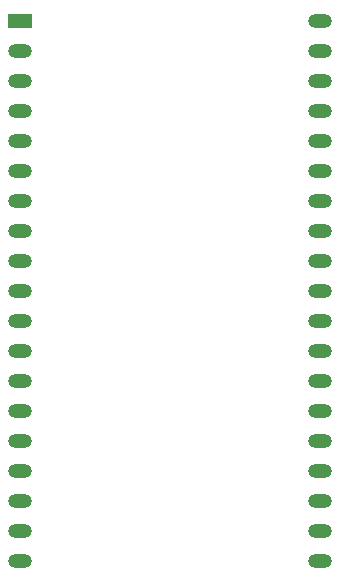
<source format=gbr>
%TF.GenerationSoftware,KiCad,Pcbnew,7.0.9-7.0.9~ubuntu20.04.1*%
%TF.CreationDate,2023-12-24T08:58:33+01:00*%
%TF.ProjectId,mitsubishi2MQTT_esp32dev,6d697473-7562-4697-9368-69324d515454,rev?*%
%TF.SameCoordinates,Original*%
%TF.FileFunction,Soldermask,Bot*%
%TF.FilePolarity,Negative*%
%FSLAX46Y46*%
G04 Gerber Fmt 4.6, Leading zero omitted, Abs format (unit mm)*
G04 Created by KiCad (PCBNEW 7.0.9-7.0.9~ubuntu20.04.1) date 2023-12-24 08:58:33*
%MOMM*%
%LPD*%
G01*
G04 APERTURE LIST*
%ADD10R,2.000000X1.200000*%
%ADD11O,2.000000X1.200000*%
G04 APERTURE END LIST*
D10*
%TO.C,U1*%
X77960000Y-60960000D03*
D11*
X77960000Y-63500000D03*
X77960000Y-66040000D03*
X77960000Y-68580000D03*
X77960000Y-71120000D03*
X77960000Y-73660000D03*
X77960000Y-76200000D03*
X77960000Y-78740000D03*
X77960000Y-81280000D03*
X77960000Y-83820000D03*
X77960000Y-86360000D03*
X77960000Y-88900000D03*
X77960000Y-91440000D03*
X77960000Y-93980000D03*
X77960000Y-96520000D03*
X77960000Y-99060000D03*
X77960000Y-101600000D03*
X77960000Y-104140000D03*
X77960000Y-106680000D03*
X103356320Y-106677280D03*
X103356320Y-104137280D03*
X103360000Y-101600000D03*
X103360000Y-99060000D03*
X103360000Y-96520000D03*
X103360000Y-93980000D03*
X103360000Y-91440000D03*
X103360000Y-88900000D03*
X103360000Y-86360000D03*
X103360000Y-83820000D03*
X103360000Y-81280000D03*
X103360000Y-78740000D03*
X103360000Y-76200000D03*
X103360000Y-73660000D03*
X103360000Y-71120000D03*
X103360000Y-68580000D03*
X103360000Y-66040000D03*
X103360000Y-63500000D03*
X103360000Y-60960000D03*
%TD*%
M02*

</source>
